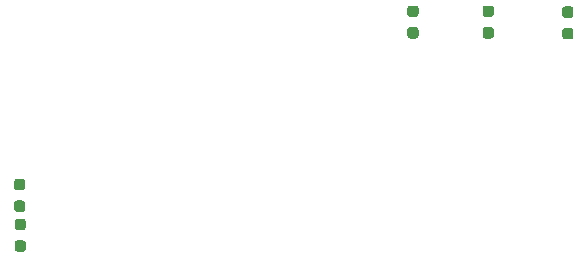
<source format=gbp>
%TF.GenerationSoftware,KiCad,Pcbnew,5.1.10*%
%TF.CreationDate,2021-12-10T15:48:24+01:00*%
%TF.ProjectId,Voeding,566f6564-696e-4672-9e6b-696361645f70,rev?*%
%TF.SameCoordinates,Original*%
%TF.FileFunction,Paste,Bot*%
%TF.FilePolarity,Positive*%
%FSLAX46Y46*%
G04 Gerber Fmt 4.6, Leading zero omitted, Abs format (unit mm)*
G04 Created by KiCad (PCBNEW 5.1.10) date 2021-12-10 15:48:24*
%MOMM*%
%LPD*%
G01*
G04 APERTURE LIST*
G04 APERTURE END LIST*
%TO.C,R18*%
G36*
G01*
X125547500Y-56017500D02*
X125072500Y-56017500D01*
G75*
G02*
X124835000Y-55780000I0J237500D01*
G01*
X124835000Y-55280000D01*
G75*
G02*
X125072500Y-55042500I237500J0D01*
G01*
X125547500Y-55042500D01*
G75*
G02*
X125785000Y-55280000I0J-237500D01*
G01*
X125785000Y-55780000D01*
G75*
G02*
X125547500Y-56017500I-237500J0D01*
G01*
G37*
G36*
G01*
X125547500Y-57842500D02*
X125072500Y-57842500D01*
G75*
G02*
X124835000Y-57605000I0J237500D01*
G01*
X124835000Y-57105000D01*
G75*
G02*
X125072500Y-56867500I237500J0D01*
G01*
X125547500Y-56867500D01*
G75*
G02*
X125785000Y-57105000I0J-237500D01*
G01*
X125785000Y-57605000D01*
G75*
G02*
X125547500Y-57842500I-237500J0D01*
G01*
G37*
%TD*%
%TO.C,R16*%
G36*
G01*
X131927500Y-56015000D02*
X131452500Y-56015000D01*
G75*
G02*
X131215000Y-55777500I0J237500D01*
G01*
X131215000Y-55277500D01*
G75*
G02*
X131452500Y-55040000I237500J0D01*
G01*
X131927500Y-55040000D01*
G75*
G02*
X132165000Y-55277500I0J-237500D01*
G01*
X132165000Y-55777500D01*
G75*
G02*
X131927500Y-56015000I-237500J0D01*
G01*
G37*
G36*
G01*
X131927500Y-57840000D02*
X131452500Y-57840000D01*
G75*
G02*
X131215000Y-57602500I0J237500D01*
G01*
X131215000Y-57102500D01*
G75*
G02*
X131452500Y-56865000I237500J0D01*
G01*
X131927500Y-56865000D01*
G75*
G02*
X132165000Y-57102500I0J-237500D01*
G01*
X132165000Y-57602500D01*
G75*
G02*
X131927500Y-57840000I-237500J0D01*
G01*
G37*
%TD*%
%TO.C,R13*%
G36*
G01*
X138187500Y-56937500D02*
X138662500Y-56937500D01*
G75*
G02*
X138900000Y-57175000I0J-237500D01*
G01*
X138900000Y-57675000D01*
G75*
G02*
X138662500Y-57912500I-237500J0D01*
G01*
X138187500Y-57912500D01*
G75*
G02*
X137950000Y-57675000I0J237500D01*
G01*
X137950000Y-57175000D01*
G75*
G02*
X138187500Y-56937500I237500J0D01*
G01*
G37*
G36*
G01*
X138187500Y-55112500D02*
X138662500Y-55112500D01*
G75*
G02*
X138900000Y-55350000I0J-237500D01*
G01*
X138900000Y-55850000D01*
G75*
G02*
X138662500Y-56087500I-237500J0D01*
G01*
X138187500Y-56087500D01*
G75*
G02*
X137950000Y-55850000I0J237500D01*
G01*
X137950000Y-55350000D01*
G75*
G02*
X138187500Y-55112500I237500J0D01*
G01*
G37*
%TD*%
%TO.C,R6*%
G36*
G01*
X91826280Y-74919560D02*
X92301280Y-74919560D01*
G75*
G02*
X92538780Y-75157060I0J-237500D01*
G01*
X92538780Y-75657060D01*
G75*
G02*
X92301280Y-75894560I-237500J0D01*
G01*
X91826280Y-75894560D01*
G75*
G02*
X91588780Y-75657060I0J237500D01*
G01*
X91588780Y-75157060D01*
G75*
G02*
X91826280Y-74919560I237500J0D01*
G01*
G37*
G36*
G01*
X91826280Y-73094560D02*
X92301280Y-73094560D01*
G75*
G02*
X92538780Y-73332060I0J-237500D01*
G01*
X92538780Y-73832060D01*
G75*
G02*
X92301280Y-74069560I-237500J0D01*
G01*
X91826280Y-74069560D01*
G75*
G02*
X91588780Y-73832060I0J237500D01*
G01*
X91588780Y-73332060D01*
G75*
G02*
X91826280Y-73094560I237500J0D01*
G01*
G37*
%TD*%
%TO.C,R5*%
G36*
G01*
X91771460Y-71548180D02*
X92246460Y-71548180D01*
G75*
G02*
X92483960Y-71785680I0J-237500D01*
G01*
X92483960Y-72285680D01*
G75*
G02*
X92246460Y-72523180I-237500J0D01*
G01*
X91771460Y-72523180D01*
G75*
G02*
X91533960Y-72285680I0J237500D01*
G01*
X91533960Y-71785680D01*
G75*
G02*
X91771460Y-71548180I237500J0D01*
G01*
G37*
G36*
G01*
X91771460Y-69723180D02*
X92246460Y-69723180D01*
G75*
G02*
X92483960Y-69960680I0J-237500D01*
G01*
X92483960Y-70460680D01*
G75*
G02*
X92246460Y-70698180I-237500J0D01*
G01*
X91771460Y-70698180D01*
G75*
G02*
X91533960Y-70460680I0J237500D01*
G01*
X91533960Y-69960680D01*
G75*
G02*
X91771460Y-69723180I237500J0D01*
G01*
G37*
%TD*%
M02*

</source>
